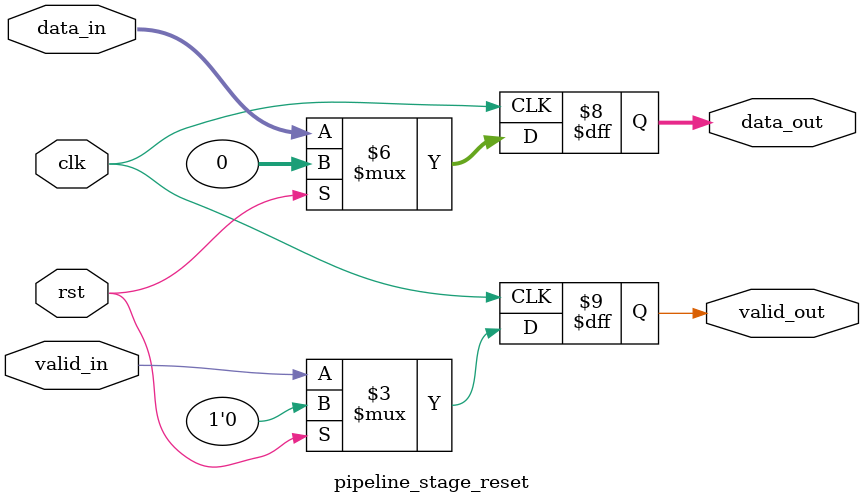
<source format=sv>
module pipeline_stage_reset #(parameter WIDTH = 32)(
  input clk, rst,
  input [WIDTH-1:0] data_in,
  input valid_in,
  output reg [WIDTH-1:0] data_out,
  output reg valid_out
);
  always @(posedge clk) begin
    if (rst) begin
      data_out <= {WIDTH{1'b0}};
      valid_out <= 1'b0;
    end else begin
      data_out <= data_in;
      valid_out <= valid_in;
    end
  end
endmodule

</source>
